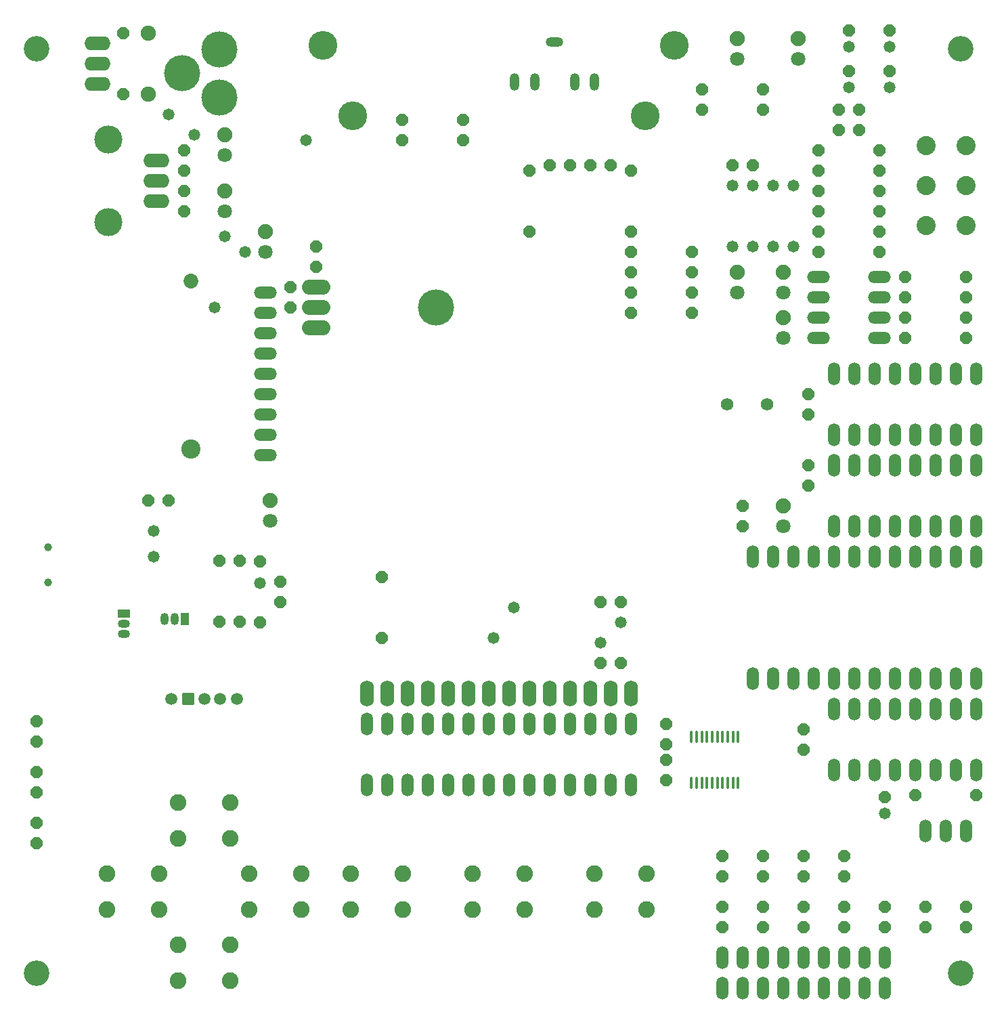
<source format=gbs>
%TF.GenerationSoftware,KiCad,Pcbnew,7.0.2*%
%TF.CreationDate,2024-05-21T23:22:59+08:00*%
%TF.ProjectId,MegaGRRLDesktop,4d656761-4752-4524-9c44-65736b746f70,rev?*%
%TF.SameCoordinates,Original*%
%TF.FileFunction,Soldermask,Bot*%
%TF.FilePolarity,Negative*%
%FSLAX46Y46*%
G04 Gerber Fmt 4.6, Leading zero omitted, Abs format (unit mm)*
G04 Created by KiCad (PCBNEW 7.0.2) date 2024-05-21 23:22:59*
%MOMM*%
%LPD*%
G01*
G04 APERTURE LIST*
G04 Aperture macros list*
%AMRoundRect*
0 Rectangle with rounded corners*
0 $1 Rounding radius*
0 $2 $3 $4 $5 $6 $7 $8 $9 X,Y pos of 4 corners*
0 Add a 4 corners polygon primitive as box body*
4,1,4,$2,$3,$4,$5,$6,$7,$8,$9,$2,$3,0*
0 Add four circle primitives for the rounded corners*
1,1,$1+$1,$2,$3*
1,1,$1+$1,$4,$5*
1,1,$1+$1,$6,$7*
1,1,$1+$1,$8,$9*
0 Add four rect primitives between the rounded corners*
20,1,$1+$1,$2,$3,$4,$5,0*
20,1,$1+$1,$4,$5,$6,$7,0*
20,1,$1+$1,$6,$7,$8,$9,0*
20,1,$1+$1,$8,$9,$2,$3,0*%
%AMFreePoly0*
4,1,25,0.333266,0.742596,0.345389,0.732242,0.732242,0.345389,0.760749,0.289441,0.762000,0.273547,0.762000,-0.273547,0.742596,-0.333266,0.732242,-0.345389,0.345389,-0.732242,0.289441,-0.760749,0.273547,-0.762000,-0.273547,-0.762000,-0.333266,-0.742596,-0.345389,-0.732242,-0.732242,-0.345389,-0.760749,-0.289441,-0.762000,-0.273547,-0.762000,0.273547,-0.742596,0.333266,-0.732242,0.345389,
-0.345389,0.732242,-0.289441,0.760749,-0.273547,0.762000,0.273547,0.762000,0.333266,0.742596,0.333266,0.742596,$1*%
%AMFreePoly1*
4,1,25,0.391131,0.882296,0.403254,0.871942,0.871942,0.403254,0.900449,0.347306,0.901700,0.331412,0.901700,-0.331412,0.882296,-0.391131,0.871942,-0.403254,0.403254,-0.871942,0.347306,-0.900449,0.331412,-0.901700,-0.331412,-0.901700,-0.391131,-0.882296,-0.403254,-0.871942,-0.871942,-0.403254,-0.900449,-0.347306,-0.901700,-0.331412,-0.901700,0.331412,-0.882296,0.391131,-0.871942,0.403254,
-0.403254,0.871942,-0.347306,0.900449,-0.331412,0.901700,0.331412,0.901700,0.391131,0.882296,0.391131,0.882296,$1*%
%AMFreePoly2*
4,1,25,0.322745,0.717196,0.334868,0.706842,0.706842,0.334868,0.735349,0.278920,0.736600,0.263026,0.736600,-0.263026,0.717196,-0.322745,0.706842,-0.334868,0.334868,-0.706842,0.278920,-0.735349,0.263026,-0.736600,-0.263026,-0.736600,-0.322745,-0.717196,-0.334868,-0.706842,-0.706842,-0.334868,-0.735349,-0.278920,-0.736600,-0.263026,-0.736600,0.263026,-0.717196,0.322745,-0.706842,0.334868,
-0.334868,0.706842,-0.278920,0.735349,-0.263026,0.736600,0.263026,0.736600,0.322745,0.717196,0.322745,0.717196,$1*%
G04 Aperture macros list end*
%ADD10FreePoly0,0.000000*%
%ADD11FreePoly0,90.000000*%
%ADD12O,1.524000X2.844800*%
%ADD13FreePoly0,180.000000*%
%ADD14C,1.803400*%
%ADD15FreePoly1,90.000000*%
%ADD16C,1.473200*%
%ADD17FreePoly2,90.000000*%
%ADD18C,1.574800*%
%ADD19FreePoly0,270.000000*%
%ADD20C,2.082800*%
%ADD21O,2.844800X1.524000*%
%ADD22C,1.903200*%
%ADD23C,1.500000*%
%ADD24RoundRect,0.101600X-0.654000X-0.654000X0.654000X-0.654000X0.654000X0.654000X-0.654000X0.654000X0*%
%ADD25C,1.511200*%
%ADD26O,3.251200X1.727200*%
%ADD27O,1.727200X3.251200*%
%ADD28O,1.200000X2.200000*%
%ADD29O,2.200000X1.200000*%
%ADD30C,2.387600*%
%ADD31C,1.000000*%
%ADD32O,3.556000X1.879600*%
%ADD33C,4.521200*%
%ADD34R,1.050000X1.500000*%
%ADD35O,1.050000X1.500000*%
%ADD36C,3.505200*%
%ADD37C,1.853200*%
%ADD38C,2.403200*%
%ADD39R,1.500000X1.050000*%
%ADD40O,1.500000X1.050000*%
%ADD41RoundRect,0.100000X-0.100000X0.637500X-0.100000X-0.637500X0.100000X-0.637500X0.100000X0.637500X0*%
%ADD42C,3.600000*%
%ADD43RoundRect,0.736600X0.000000X0.000000X0.000000X0.000000X0.000000X0.000000X0.000000X0.000000X0*%
%ADD44C,3.200000*%
G04 APERTURE END LIST*
D10*
%TO.C,R28*%
X136436100Y-58648600D03*
X144056100Y-58648600D03*
%TD*%
D11*
%TO.C,LED9*%
X181521100Y-150723600D03*
X181521100Y-148183600D03*
%TD*%
D12*
%TO.C,R23*%
X206921100Y-145008600D03*
X201841100Y-145008600D03*
X204381100Y-145008600D03*
%TD*%
D13*
%TO.C,R5*%
X196126100Y-70078600D03*
X188506100Y-70078600D03*
%TD*%
D14*
%TO.C,C20*%
X178346100Y-48488600D03*
D15*
X178346100Y-45948600D03*
%TD*%
D16*
%TO.C,C16*%
X192316100Y-46964600D03*
D17*
X192316100Y-44932600D03*
%TD*%
D10*
%TO.C,C5*%
X177711100Y-61823600D03*
X180251100Y-61823600D03*
%TD*%
D18*
%TO.C,L1*%
X182079900Y-91668600D03*
X177076100Y-91668600D03*
%TD*%
D13*
%TO.C,R24*%
X172631100Y-77698600D03*
X165011100Y-77698600D03*
%TD*%
D19*
%TO.C,C35*%
X169456100Y-136118600D03*
X169456100Y-138658600D03*
%TD*%
D11*
%TO.C,R26*%
X101511100Y-52933600D03*
X101511100Y-45313600D03*
%TD*%
D13*
%TO.C,R9*%
X196126100Y-64998600D03*
X188506100Y-64998600D03*
%TD*%
D20*
%TO.C,SWC0*%
X160489900Y-150368000D03*
X166992300Y-150368000D03*
X160489900Y-154889200D03*
X166992300Y-154889200D03*
%TD*%
D21*
%TO.C,S1*%
X196126100Y-83413600D03*
X196126100Y-80873600D03*
X196126100Y-78333600D03*
X196126100Y-75793600D03*
X188506100Y-75793600D03*
X188506100Y-78333600D03*
X188506100Y-80873600D03*
X188506100Y-83413600D03*
%TD*%
D19*
%TO.C,C9*%
X121196100Y-113893600D03*
X121196100Y-116433600D03*
%TD*%
D13*
%TO.C,R11*%
X196126100Y-67538600D03*
X188506100Y-67538600D03*
%TD*%
D22*
%TO.C,D3*%
X104686100Y-45313600D03*
X104686100Y-52933600D03*
%TD*%
D19*
%TO.C,R31*%
X116078000Y-111252000D03*
X116078000Y-118872000D03*
%TD*%
D11*
%TO.C,R15*%
X165011100Y-70078600D03*
X165011100Y-62458600D03*
%TD*%
D23*
%TO.C,S2*%
X107571100Y-128498600D03*
X115771100Y-128498600D03*
D24*
X109671100Y-128498600D03*
D25*
X111671100Y-128498600D03*
X113671100Y-128498600D03*
%TD*%
D11*
%TO.C,LED5*%
X196761100Y-157073600D03*
X196761100Y-154533600D03*
%TD*%
D14*
%TO.C,C21*%
X185966100Y-48488600D03*
D15*
X185966100Y-45948600D03*
%TD*%
D13*
%TO.C,R19*%
X181521100Y-52298600D03*
X173901100Y-52298600D03*
%TD*%
D26*
%TO.C,IC6*%
X105702100Y-66268600D03*
X105702100Y-63728600D03*
X105702100Y-61188600D03*
%TD*%
D12*
%TO.C,IC2*%
X190411100Y-106908600D03*
X192951100Y-106908600D03*
X195491100Y-106908600D03*
X198031100Y-106908600D03*
X200571100Y-106908600D03*
X203111100Y-106908600D03*
X205651100Y-106908600D03*
X208191100Y-106908600D03*
X208191100Y-99288600D03*
X205651100Y-99288600D03*
X203111100Y-99288600D03*
X200571100Y-99288600D03*
X198031100Y-99288600D03*
X195491100Y-99288600D03*
X192951100Y-99288600D03*
X190411100Y-99288600D03*
%TD*%
D11*
%TO.C,R16*%
X152311100Y-70078600D03*
X152311100Y-62458600D03*
%TD*%
%TO.C,LED1*%
X176441100Y-157073600D03*
X176441100Y-154533600D03*
%TD*%
D27*
%TO.C,JP1*%
X131991100Y-127863600D03*
X134531100Y-127863600D03*
X137071100Y-127863600D03*
X139611100Y-127863600D03*
X142151100Y-127863600D03*
X144691100Y-127863600D03*
X147231100Y-127863600D03*
X149771100Y-127863600D03*
X152311100Y-127863600D03*
X154851100Y-127863600D03*
X157391100Y-127863600D03*
X159931100Y-127863600D03*
X162471100Y-127863600D03*
X165011100Y-127863600D03*
%TD*%
D13*
%TO.C,R7*%
X196126100Y-72618600D03*
X188506100Y-72618600D03*
%TD*%
%TO.C,R21*%
X206921100Y-80873600D03*
X199301100Y-80873600D03*
%TD*%
D11*
%TO.C,LED2*%
X181521100Y-157073600D03*
X181521100Y-154533600D03*
%TD*%
D20*
%TO.C,SWUP0*%
X108419900Y-141478000D03*
X114922300Y-141478000D03*
X108419900Y-145999200D03*
X114922300Y-145999200D03*
%TD*%
D16*
%TO.C,C8*%
X196761100Y-142849600D03*
D17*
X196761100Y-140817600D03*
%TD*%
D28*
%TO.C,J2*%
X160486100Y-51400000D03*
X157986100Y-51400000D03*
D29*
X155486100Y-46400000D03*
D28*
X150486100Y-51400000D03*
X152986100Y-51400000D03*
%TD*%
D19*
%TO.C,C29*%
X109131100Y-59918600D03*
X109131100Y-62458600D03*
%TD*%
D12*
%TO.C,RN3*%
X196761100Y-164693600D03*
X194221100Y-164693600D03*
X191681100Y-164693600D03*
X189141100Y-164693600D03*
X186601100Y-164693600D03*
X184061100Y-164693600D03*
X181521100Y-164693600D03*
X178981100Y-164693600D03*
X176441100Y-164693600D03*
%TD*%
D30*
%TO.C,R14*%
X206921100Y-69363600D03*
X206921100Y-64363600D03*
X206921100Y-59363600D03*
X201921100Y-69363600D03*
X201921100Y-64363600D03*
X201921100Y-59363600D03*
%TD*%
D20*
%TO.C,SWLEFT0*%
X99529900Y-150368000D03*
X106032300Y-150368000D03*
X99529900Y-154889200D03*
X106032300Y-154889200D03*
%TD*%
D10*
%TO.C,R27*%
X136436100Y-56108600D03*
X144056100Y-56108600D03*
%TD*%
D11*
%TO.C,C32*%
X122466100Y-79603600D03*
X122466100Y-77063600D03*
%TD*%
D14*
%TO.C,C2*%
X178346100Y-77698600D03*
D15*
X178346100Y-75158600D03*
%TD*%
D31*
%TO.C,J1*%
X92150000Y-109550000D03*
X92150000Y-113950000D03*
%TD*%
D12*
%TO.C,RN1*%
X196761100Y-160883600D03*
X194221100Y-160883600D03*
X191681100Y-160883600D03*
X189141100Y-160883600D03*
X186601100Y-160883600D03*
X184061100Y-160883600D03*
X181521100Y-160883600D03*
X178981100Y-160883600D03*
X176441100Y-160883600D03*
%TD*%
D20*
%TO.C,SWDOWN0*%
X108419900Y-159258000D03*
X114922300Y-159258000D03*
X108419900Y-163779200D03*
X114922300Y-163779200D03*
%TD*%
D11*
%TO.C,LED4*%
X191681100Y-157073600D03*
X191681100Y-154533600D03*
%TD*%
D32*
%TO.C,IC1*%
X125641100Y-77063600D03*
X125641100Y-79603600D03*
X125641100Y-82143600D03*
D33*
X140627100Y-79603600D03*
%TD*%
D21*
%TO.C,RN2*%
X119291100Y-77698600D03*
X119291100Y-80238600D03*
X119291100Y-82778600D03*
X119291100Y-85318600D03*
X119291100Y-87858600D03*
X119291100Y-90398600D03*
X119291100Y-92938600D03*
X119291100Y-95478600D03*
X119291100Y-98018600D03*
%TD*%
D19*
%TO.C,C1*%
X187236100Y-90398600D03*
X187236100Y-92938600D03*
%TD*%
D14*
%TO.C,C26*%
X114211100Y-67538600D03*
D15*
X114211100Y-64998600D03*
%TD*%
D13*
%TO.C,R17*%
X172631100Y-72618600D03*
X165011100Y-72618600D03*
%TD*%
D34*
%TO.C,Q3*%
X109220000Y-118512000D03*
D35*
X107950000Y-118512000D03*
X106680000Y-118512000D03*
%TD*%
D11*
%TO.C,LED6*%
X201841100Y-157073600D03*
X201841100Y-154533600D03*
%TD*%
%TO.C,LED3*%
X186601100Y-157073600D03*
X186601100Y-154533600D03*
%TD*%
D16*
%TO.C,IC5*%
X177711100Y-71983600D03*
X180251100Y-71983600D03*
X182791100Y-71983600D03*
X185331100Y-71983600D03*
X185331100Y-64363600D03*
X182791100Y-64363600D03*
X180251100Y-64363600D03*
X177711100Y-64363600D03*
%TD*%
D10*
%TO.C,R4*%
X188506100Y-62458600D03*
X196126100Y-62458600D03*
%TD*%
D14*
%TO.C,C33*%
X119291100Y-72618600D03*
D15*
X119291100Y-70078600D03*
%TD*%
D11*
%TO.C,LED11*%
X191681100Y-150723600D03*
X191681100Y-148183600D03*
%TD*%
D36*
%TO.C,KK1*%
X99707700Y-68884800D03*
X99707700Y-58572400D03*
%TD*%
D13*
%TO.C,C4*%
X193586100Y-57378600D03*
X191046100Y-57378600D03*
%TD*%
D11*
%TO.C,R1*%
X163741100Y-124053600D03*
X163741100Y-116433600D03*
%TD*%
%TO.C,LED12*%
X90678000Y-133858000D03*
X90678000Y-131318000D03*
%TD*%
D14*
%TO.C,C13*%
X184061100Y-106908600D03*
D15*
X184061100Y-104368600D03*
%TD*%
D11*
%TO.C,R13*%
X118656100Y-118973600D03*
X118656100Y-111353600D03*
%TD*%
D13*
%TO.C,C24*%
X107226100Y-103733600D03*
X104686100Y-103733600D03*
%TD*%
D10*
%TO.C,R6*%
X199301100Y-78333600D03*
X206921100Y-78333600D03*
%TD*%
D11*
%TO.C,LED13*%
X90678000Y-140208000D03*
X90678000Y-137668000D03*
%TD*%
D10*
%TO.C,R3*%
X188506100Y-59918600D03*
X196126100Y-59918600D03*
%TD*%
D12*
%TO.C,IC3*%
X190411100Y-95478600D03*
X192951100Y-95478600D03*
X195491100Y-95478600D03*
X198031100Y-95478600D03*
X200571100Y-95478600D03*
X203111100Y-95478600D03*
X205651100Y-95478600D03*
X208191100Y-95478600D03*
X208191100Y-87858600D03*
X205651100Y-87858600D03*
X203111100Y-87858600D03*
X200571100Y-87858600D03*
X198031100Y-87858600D03*
X195491100Y-87858600D03*
X192951100Y-87858600D03*
X190411100Y-87858600D03*
%TD*%
D11*
%TO.C,LED7*%
X206921100Y-157073600D03*
X206921100Y-154533600D03*
%TD*%
D13*
%TO.C,R22*%
X206921100Y-83413600D03*
X199301100Y-83413600D03*
%TD*%
D14*
%TO.C,C6*%
X184061100Y-77698600D03*
D15*
X184061100Y-75158600D03*
%TD*%
D13*
%TO.C,C18*%
X162471100Y-61823600D03*
X159931100Y-61823600D03*
%TD*%
D20*
%TO.C,SWA0*%
X130009900Y-150368000D03*
X136512300Y-150368000D03*
X130009900Y-154889200D03*
X136512300Y-154889200D03*
%TD*%
D16*
%TO.C,C14*%
X197396100Y-46964600D03*
D17*
X197396100Y-44932600D03*
%TD*%
D19*
%TO.C,C11*%
X186601100Y-132308600D03*
X186601100Y-134848600D03*
%TD*%
%TO.C,C25*%
X187236100Y-99288600D03*
X187236100Y-101828600D03*
%TD*%
D14*
%TO.C,C28*%
X114211100Y-60553600D03*
D15*
X114211100Y-58013600D03*
%TD*%
D11*
%TO.C,LED8*%
X176441100Y-150723600D03*
X176441100Y-148183600D03*
%TD*%
D12*
%TO.C,IC7*%
X205651100Y-110718600D03*
X205651100Y-125958600D03*
X208191100Y-110718600D03*
X200571100Y-110718600D03*
X203111100Y-110718600D03*
X198031100Y-110718600D03*
X195491100Y-110718600D03*
X192951100Y-110718600D03*
X185331100Y-110718600D03*
X182791100Y-125958600D03*
X185331100Y-125958600D03*
X187871100Y-125958600D03*
X190411100Y-125958600D03*
X192951100Y-125958600D03*
X195491100Y-125958600D03*
X198031100Y-125958600D03*
X200571100Y-125958600D03*
X180251100Y-125958600D03*
X208191100Y-125958600D03*
X180251100Y-110718600D03*
X187871100Y-110718600D03*
X190411100Y-110718600D03*
X203111100Y-125958600D03*
X182791100Y-110718600D03*
%TD*%
D37*
%TO.C,J3*%
X109956100Y-76323600D03*
D38*
X109956100Y-97323600D03*
%TD*%
D10*
%TO.C,R10*%
X200571100Y-140563600D03*
X208191100Y-140563600D03*
%TD*%
D13*
%TO.C,C19*%
X157391100Y-61823600D03*
X154851100Y-61823600D03*
%TD*%
D11*
%TO.C,C12*%
X178981100Y-106908600D03*
X178981100Y-104368600D03*
%TD*%
D12*
%TO.C,IC8*%
X203111100Y-137388600D03*
X200571100Y-137388600D03*
X195491100Y-129768600D03*
X205651100Y-129768600D03*
X203111100Y-129768600D03*
X200571100Y-129768600D03*
X198031100Y-129768600D03*
X192951100Y-129768600D03*
X190411100Y-137388600D03*
X192951100Y-137388600D03*
X195491100Y-137388600D03*
X208191100Y-137388600D03*
X208191100Y-129768600D03*
X198031100Y-137388600D03*
X205651100Y-137388600D03*
X190411100Y-129768600D03*
%TD*%
D10*
%TO.C,R8*%
X199301100Y-75793600D03*
X206921100Y-75793600D03*
%TD*%
D26*
%TO.C,Q1*%
X98336100Y-49123600D03*
X98336100Y-51663600D03*
X98336100Y-46583600D03*
%TD*%
D13*
%TO.C,C3*%
X193586100Y-54838600D03*
X191046100Y-54838600D03*
%TD*%
%TO.C,R18*%
X172631100Y-75158600D03*
X165011100Y-75158600D03*
%TD*%
D11*
%TO.C,R12*%
X133896100Y-120878600D03*
X133896100Y-113258600D03*
%TD*%
D33*
%TO.C,J4*%
X113576100Y-47298600D03*
X108876100Y-50298600D03*
X113576100Y-53298600D03*
%TD*%
D11*
%TO.C,C30*%
X109131100Y-67538600D03*
X109131100Y-64998600D03*
%TD*%
%TO.C,C31*%
X125641100Y-74523600D03*
X125641100Y-71983600D03*
%TD*%
D39*
%TO.C,Q2*%
X101600000Y-117856000D03*
D40*
X101600000Y-119126000D03*
X101600000Y-120396000D03*
%TD*%
D20*
%TO.C,SWRIGHT0*%
X117309900Y-150368000D03*
X123812300Y-150368000D03*
X117309900Y-154889200D03*
X123812300Y-154889200D03*
%TD*%
D16*
%TO.C,C17*%
X192316100Y-52044600D03*
D17*
X192316100Y-50012600D03*
%TD*%
D13*
%TO.C,R20*%
X181521100Y-54838600D03*
X173901100Y-54838600D03*
%TD*%
D10*
%TO.C,R25*%
X165011100Y-80238600D03*
X172631100Y-80238600D03*
%TD*%
D20*
%TO.C,SWB0*%
X145249900Y-150368000D03*
X151752300Y-150368000D03*
X145249900Y-154889200D03*
X151752300Y-154889200D03*
%TD*%
D11*
%TO.C,LED14*%
X90678000Y-146558000D03*
X90678000Y-144018000D03*
%TD*%
D14*
%TO.C,C7*%
X184061100Y-83413600D03*
D15*
X184061100Y-80873600D03*
%TD*%
D19*
%TO.C,R29*%
X113538000Y-111252000D03*
X113538000Y-118872000D03*
%TD*%
D16*
%TO.C,C15*%
X197396100Y-52044600D03*
D17*
X197396100Y-50012600D03*
%TD*%
D11*
%TO.C,C34*%
X169456100Y-134213600D03*
X169456100Y-131673600D03*
%TD*%
%TO.C,LED10*%
X186601100Y-150723600D03*
X186601100Y-148183600D03*
%TD*%
%TO.C,R2*%
X161201100Y-124053600D03*
X161201100Y-116433600D03*
%TD*%
D12*
%TO.C,IC4*%
X131991100Y-139293600D03*
X134531100Y-139293600D03*
X137071100Y-139293600D03*
X139611100Y-139293600D03*
X142151100Y-139293600D03*
X144691100Y-139293600D03*
X147231100Y-139293600D03*
X149771100Y-139293600D03*
X152311100Y-139293600D03*
X154851100Y-139293600D03*
X157391100Y-139293600D03*
X159931100Y-139293600D03*
X162471100Y-139293600D03*
X165011100Y-139293600D03*
X165011100Y-131673600D03*
X162471100Y-131673600D03*
X159931100Y-131673600D03*
X157391100Y-131673600D03*
X154851100Y-131673600D03*
X152311100Y-131673600D03*
X149771100Y-131673600D03*
X147231100Y-131673600D03*
X144691100Y-131673600D03*
X142151100Y-131673600D03*
X139611100Y-131673600D03*
X137071100Y-131673600D03*
X134531100Y-131673600D03*
X131991100Y-131673600D03*
%TD*%
D14*
%TO.C,C10*%
X119926100Y-106273600D03*
D15*
X119926100Y-103733600D03*
%TD*%
D41*
%TO.C,IC10*%
X172589000Y-133281500D03*
X173239000Y-133281500D03*
X173889000Y-133281500D03*
X174539000Y-133281500D03*
X175189000Y-133281500D03*
X175839000Y-133281500D03*
X176489000Y-133281500D03*
X177139000Y-133281500D03*
X177789000Y-133281500D03*
X178439000Y-133281500D03*
X178439000Y-139006500D03*
X177789000Y-139006500D03*
X177139000Y-139006500D03*
X176489000Y-139006500D03*
X175839000Y-139006500D03*
X175189000Y-139006500D03*
X174539000Y-139006500D03*
X173889000Y-139006500D03*
X173239000Y-139006500D03*
X172589000Y-139006500D03*
%TD*%
D42*
%TO.C,H1*%
X130213100Y-55600600D03*
%TD*%
D43*
%TO.C,TP_SCL0*%
X161201100Y-121513600D03*
%TD*%
%TO.C,TP_3V3*%
X116751100Y-72618600D03*
%TD*%
%TO.C,TP_RX0*%
X105321100Y-107543600D03*
%TD*%
D42*
%TO.C,H5*%
X126530100Y-46837600D03*
%TD*%
%TO.C,H2*%
X166789100Y-55600600D03*
%TD*%
D43*
%TO.C,TP_VIN_SW0*%
X114211100Y-70713600D03*
%TD*%
%TO.C,TP_GND0*%
X124371100Y-58648600D03*
%TD*%
D44*
%TO.C,H3*%
X90716100Y-47218600D03*
%TD*%
D43*
%TO.C,EX_A0*%
X150406100Y-117068600D03*
%TD*%
D42*
%TO.C,H6*%
X170472100Y-46837600D03*
%TD*%
D44*
%TO.C,H8*%
X206286100Y-47218600D03*
%TD*%
D43*
%TO.C,TP_VIN0*%
X107226100Y-55473600D03*
%TD*%
%TO.C,TP_BOOTMODE0*%
X112941100Y-79603600D03*
%TD*%
%TO.C,TP_TX0*%
X105321100Y-110718600D03*
%TD*%
%TO.C,EX_B0*%
X147866100Y-120878600D03*
%TD*%
%TO.C,TP_RESET0*%
X118618000Y-114046000D03*
%TD*%
%TO.C,TP_5V0*%
X110401100Y-58013600D03*
%TD*%
D44*
%TO.C,H4*%
X90716100Y-162788600D03*
%TD*%
%TO.C,H7*%
X206286100Y-162788600D03*
%TD*%
D43*
%TO.C,TP_SDA0*%
X163741100Y-118973600D03*
%TD*%
M02*

</source>
